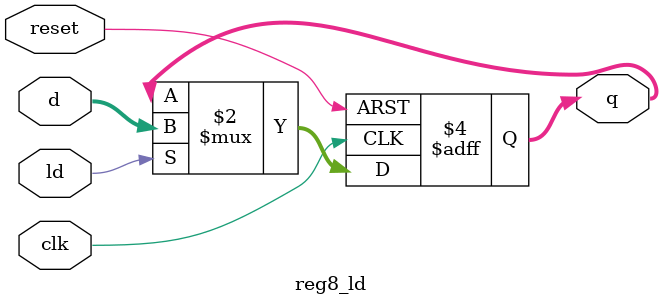
<source format=v>

module reg8_ld (
    input        clk,
    input        reset,          // active-high synchronous reset
    input  [7:0] d,       
    input ld,
    output reg [7:0] q
);
    always @(posedge clk or posedge reset) begin
        if (reset) q <= 8'd0;    // clear on reset
        
        else if (ld)    q <= d;       // capture input each clock
    end
endmodule

</source>
